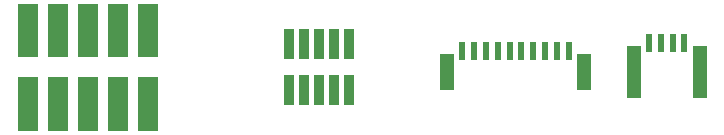
<source format=gbr>
G04 #@! TF.GenerationSoftware,KiCad,Pcbnew,5.1.0-rc2-unknown-036be7d~80~ubuntu16.04.1*
G04 #@! TF.CreationDate,2023-05-24T11:50:45+03:00*
G04 #@! TF.ProjectId,RPI-UEXT-MPQ_Rev_A,5250492d-5545-4585-942d-4d50515f5265,A*
G04 #@! TF.SameCoordinates,Original*
G04 #@! TF.FileFunction,Paste,Top*
G04 #@! TF.FilePolarity,Positive*
%FSLAX46Y46*%
G04 Gerber Fmt 4.6, Leading zero omitted, Abs format (unit mm)*
G04 Created by KiCad (PCBNEW 5.1.0-rc2-unknown-036be7d~80~ubuntu16.04.1) date 2023-05-24 11:50:45*
%MOMM*%
%LPD*%
G04 APERTURE LIST*
%ADD10R,0.500000X1.550000*%
%ADD11R,1.200000X4.500000*%
%ADD12R,0.600000X1.550000*%
%ADD13R,1.200000X3.100000*%
%ADD14R,0.874000X2.514000*%
%ADD15C,1.700000*%
%ADD16C,0.100000*%
G04 APERTURE END LIST*
D10*
X156300000Y-70100000D03*
D11*
X160600000Y-72575000D03*
X155000000Y-72575000D03*
D10*
X158300000Y-70100000D03*
X157300000Y-70100000D03*
X159300000Y-70100000D03*
D12*
X149500000Y-70775000D03*
X148500000Y-70775000D03*
X147500000Y-70775000D03*
X146500000Y-70775000D03*
X145500000Y-70775000D03*
X144500000Y-70775000D03*
X143500000Y-70775000D03*
X142500000Y-70775000D03*
X141500000Y-70775000D03*
X140500000Y-70775000D03*
D13*
X150800000Y-72550000D03*
X139200000Y-72550000D03*
D14*
X127130000Y-70249500D03*
X128400000Y-70249500D03*
X130940000Y-70249500D03*
X129670000Y-70249500D03*
X125860000Y-70249500D03*
X130940000Y-74150500D03*
X129670000Y-74150500D03*
X128400000Y-74150500D03*
X127130000Y-74150500D03*
X125860000Y-74150500D03*
D15*
X103720000Y-75325000D03*
D16*
G36*
X102870000Y-77600000D02*
G01*
X102870000Y-73050000D01*
X104570000Y-73050000D01*
X104570000Y-77600000D01*
X102870000Y-77600000D01*
X102870000Y-77600000D01*
G37*
D15*
X106260000Y-75325000D03*
D16*
G36*
X105410000Y-77600000D02*
G01*
X105410000Y-73050000D01*
X107110000Y-73050000D01*
X107110000Y-77600000D01*
X105410000Y-77600000D01*
X105410000Y-77600000D01*
G37*
D15*
X108800000Y-75325000D03*
D16*
G36*
X107950000Y-77600000D02*
G01*
X107950000Y-73050000D01*
X109650000Y-73050000D01*
X109650000Y-77600000D01*
X107950000Y-77600000D01*
X107950000Y-77600000D01*
G37*
D15*
X111340000Y-75325000D03*
D16*
G36*
X110490000Y-77600000D02*
G01*
X110490000Y-73050000D01*
X112190000Y-73050000D01*
X112190000Y-77600000D01*
X110490000Y-77600000D01*
X110490000Y-77600000D01*
G37*
D15*
X113880000Y-75325000D03*
D16*
G36*
X113030000Y-77600000D02*
G01*
X113030000Y-73050000D01*
X114730000Y-73050000D01*
X114730000Y-77600000D01*
X113030000Y-77600000D01*
X113030000Y-77600000D01*
G37*
D15*
X113880000Y-69075000D03*
D16*
G36*
X113030000Y-71350000D02*
G01*
X113030000Y-66800000D01*
X114730000Y-66800000D01*
X114730000Y-71350000D01*
X113030000Y-71350000D01*
X113030000Y-71350000D01*
G37*
D15*
X111340000Y-69075000D03*
D16*
G36*
X110490000Y-71350000D02*
G01*
X110490000Y-66800000D01*
X112190000Y-66800000D01*
X112190000Y-71350000D01*
X110490000Y-71350000D01*
X110490000Y-71350000D01*
G37*
D15*
X103720000Y-69075000D03*
D16*
G36*
X102870000Y-71350000D02*
G01*
X102870000Y-66800000D01*
X104570000Y-66800000D01*
X104570000Y-71350000D01*
X102870000Y-71350000D01*
X102870000Y-71350000D01*
G37*
D15*
X106260000Y-69075000D03*
D16*
G36*
X105410000Y-71350000D02*
G01*
X105410000Y-66800000D01*
X107110000Y-66800000D01*
X107110000Y-71350000D01*
X105410000Y-71350000D01*
X105410000Y-71350000D01*
G37*
D15*
X108800000Y-69075000D03*
D16*
G36*
X107950000Y-71350000D02*
G01*
X107950000Y-66800000D01*
X109650000Y-66800000D01*
X109650000Y-71350000D01*
X107950000Y-71350000D01*
X107950000Y-71350000D01*
G37*
M02*

</source>
